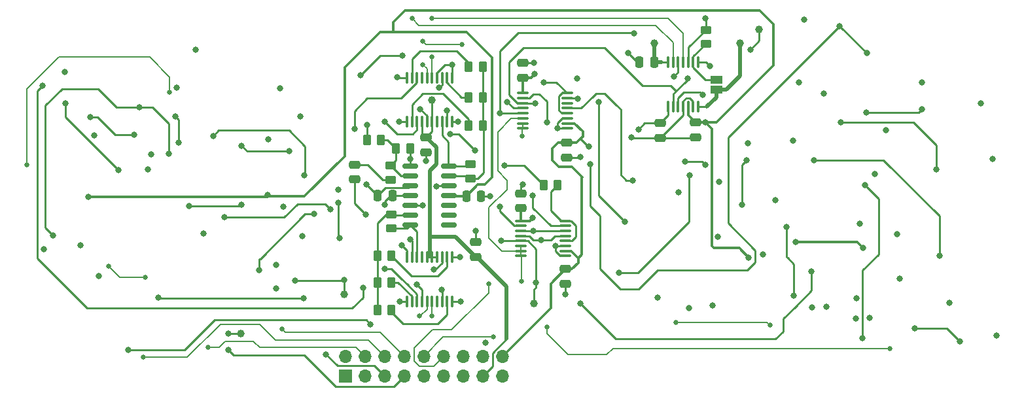
<source format=gbr>
%TF.GenerationSoftware,KiCad,Pcbnew,7.0.7*%
%TF.CreationDate,2024-06-21T15:12:59-06:00*%
%TF.ProjectId,VoiceBoardR3,566f6963-6542-46f6-9172-6452332e6b69,rev?*%
%TF.SameCoordinates,Original*%
%TF.FileFunction,Copper,L4,Bot*%
%TF.FilePolarity,Positive*%
%FSLAX46Y46*%
G04 Gerber Fmt 4.6, Leading zero omitted, Abs format (unit mm)*
G04 Created by KiCad (PCBNEW 7.0.7) date 2024-06-21 15:12:59*
%MOMM*%
%LPD*%
G01*
G04 APERTURE LIST*
G04 Aperture macros list*
%AMRoundRect*
0 Rectangle with rounded corners*
0 $1 Rounding radius*
0 $2 $3 $4 $5 $6 $7 $8 $9 X,Y pos of 4 corners*
0 Add a 4 corners polygon primitive as box body*
4,1,4,$2,$3,$4,$5,$6,$7,$8,$9,$2,$3,0*
0 Add four circle primitives for the rounded corners*
1,1,$1+$1,$2,$3*
1,1,$1+$1,$4,$5*
1,1,$1+$1,$6,$7*
1,1,$1+$1,$8,$9*
0 Add four rect primitives between the rounded corners*
20,1,$1+$1,$2,$3,$4,$5,0*
20,1,$1+$1,$4,$5,$6,$7,0*
20,1,$1+$1,$6,$7,$8,$9,0*
20,1,$1+$1,$8,$9,$2,$3,0*%
G04 Aperture macros list end*
%TA.AperFunction,ComponentPad*%
%ADD10R,1.700000X1.700000*%
%TD*%
%TA.AperFunction,ComponentPad*%
%ADD11O,1.700000X1.700000*%
%TD*%
%TA.AperFunction,SMDPad,CuDef*%
%ADD12RoundRect,0.250000X0.475000X-0.250000X0.475000X0.250000X-0.475000X0.250000X-0.475000X-0.250000X0*%
%TD*%
%TA.AperFunction,SMDPad,CuDef*%
%ADD13RoundRect,0.250000X-0.262500X-0.450000X0.262500X-0.450000X0.262500X0.450000X-0.262500X0.450000X0*%
%TD*%
%TA.AperFunction,SMDPad,CuDef*%
%ADD14C,1.000000*%
%TD*%
%TA.AperFunction,SMDPad,CuDef*%
%ADD15RoundRect,0.100000X-0.100000X0.637500X-0.100000X-0.637500X0.100000X-0.637500X0.100000X0.637500X0*%
%TD*%
%TA.AperFunction,SMDPad,CuDef*%
%ADD16RoundRect,0.250000X-0.475000X0.250000X-0.475000X-0.250000X0.475000X-0.250000X0.475000X0.250000X0*%
%TD*%
%TA.AperFunction,SMDPad,CuDef*%
%ADD17RoundRect,0.250000X0.450000X-0.262500X0.450000X0.262500X-0.450000X0.262500X-0.450000X-0.262500X0*%
%TD*%
%TA.AperFunction,SMDPad,CuDef*%
%ADD18RoundRect,0.250000X-0.250000X-0.475000X0.250000X-0.475000X0.250000X0.475000X-0.250000X0.475000X0*%
%TD*%
%TA.AperFunction,SMDPad,CuDef*%
%ADD19RoundRect,0.250000X0.250000X0.475000X-0.250000X0.475000X-0.250000X-0.475000X0.250000X-0.475000X0*%
%TD*%
%TA.AperFunction,SMDPad,CuDef*%
%ADD20R,1.500000X1.000000*%
%TD*%
%TA.AperFunction,SMDPad,CuDef*%
%ADD21RoundRect,0.250000X0.262500X0.450000X-0.262500X0.450000X-0.262500X-0.450000X0.262500X-0.450000X0*%
%TD*%
%TA.AperFunction,SMDPad,CuDef*%
%ADD22RoundRect,0.100000X0.100000X-0.637500X0.100000X0.637500X-0.100000X0.637500X-0.100000X-0.637500X0*%
%TD*%
%TA.AperFunction,SMDPad,CuDef*%
%ADD23RoundRect,0.100000X0.637500X0.100000X-0.637500X0.100000X-0.637500X-0.100000X0.637500X-0.100000X0*%
%TD*%
%TA.AperFunction,SMDPad,CuDef*%
%ADD24RoundRect,0.150000X-0.825000X-0.150000X0.825000X-0.150000X0.825000X0.150000X-0.825000X0.150000X0*%
%TD*%
%TA.AperFunction,SMDPad,CuDef*%
%ADD25RoundRect,0.250000X-0.450000X0.262500X-0.450000X-0.262500X0.450000X-0.262500X0.450000X0.262500X0*%
%TD*%
%TA.AperFunction,ViaPad*%
%ADD26C,0.800000*%
%TD*%
%TA.AperFunction,ViaPad*%
%ADD27C,1.000000*%
%TD*%
%TA.AperFunction,ViaPad*%
%ADD28C,0.650000*%
%TD*%
%TA.AperFunction,Conductor*%
%ADD29C,0.220000*%
%TD*%
%TA.AperFunction,Conductor*%
%ADD30C,0.250000*%
%TD*%
%TA.AperFunction,Conductor*%
%ADD31C,0.300000*%
%TD*%
%TA.AperFunction,Conductor*%
%ADD32C,0.500000*%
%TD*%
%TA.AperFunction,Conductor*%
%ADD33C,0.180000*%
%TD*%
%TA.AperFunction,Conductor*%
%ADD34C,0.200000*%
%TD*%
G04 APERTURE END LIST*
D10*
%TO.P,U103,1,SDA*%
%TO.N,SDA*%
X43437500Y-47887500D03*
D11*
%TO.P,U103,2,LVL1*%
%TO.N,LEVEL_1_CV*%
X43437500Y-45347500D03*
%TO.P,U103,3,SCL*%
%TO.N,SCL*%
X45977500Y-47887500D03*
%TO.P,U103,4,LVL2*%
%TO.N,LEVEL_2_CV*%
X45977500Y-45347500D03*
%TO.P,U103,5,CLK1*%
%TO.N,CLK_1*%
X48517500Y-47887500D03*
%TO.P,U103,6,PWM1*%
%TO.N,PWM_1_CV*%
X48517500Y-45347500D03*
%TO.P,U103,7,CLK2*%
%TO.N,CLK_2*%
X51057500Y-47887500D03*
%TO.P,U103,8,PWM2*%
%TO.N,PWM_2_CV*%
X51057500Y-45347500D03*
%TO.P,U103,9,HP*%
%TO.N,HP_MODE*%
X53597500Y-47887500D03*
%TO.P,U103,10,FOLD*%
%TO.N,FOLD_CV*%
X53597500Y-45347500D03*
%TO.P,U103,11,FF*%
%TO.N,FOLD_FIRST*%
X56137500Y-47887500D03*
%TO.P,U103,12,VCF*%
%TO.N,CUTOFF_CV*%
X56137500Y-45347500D03*
%TO.P,U103,13,OUT*%
%TO.N,VCA_OUT*%
X58677500Y-47887500D03*
%TO.P,U103,14,VCA*%
%TO.N,VCA_CV*%
X58677500Y-45347500D03*
%TO.P,U103,15,+3V3*%
%TO.N,+3.3V*%
X61217500Y-47887500D03*
%TO.P,U103,16,GND*%
%TO.N,GND*%
X61217500Y-45347500D03*
%TO.P,U103,17,+12V*%
%TO.N,+12V*%
X63757500Y-47887500D03*
%TO.P,U103,18,-12V*%
%TO.N,-12V*%
X63757500Y-45347500D03*
%TD*%
D12*
%TO.P,C210,1*%
%TO.N,Net-(U205A-P0W)*%
X44660000Y-22410000D03*
%TO.P,C210,2*%
%TO.N,Net-(C210-Pad2)*%
X44660000Y-20510000D03*
%TD*%
D13*
%TO.P,R230,1*%
%TO.N,Net-(U203B-P1W)*%
X59380000Y-11792500D03*
%TO.P,R230,2*%
%TO.N,Net-(U204C--)*%
X61205000Y-11792500D03*
%TD*%
D14*
%TO.P,TP102,1,1*%
%TO.N,VCA_IN*%
X67790000Y-38520000D03*
%TD*%
D15*
%TO.P,U302,1,VL*%
%TO.N,+3.3V*%
X85190000Y-7295000D03*
%TO.P,U302,2,SCL*%
%TO.N,SCL*%
X85840000Y-7295000D03*
%TO.P,U302,3,A1*%
%TO.N,GND*%
X86490000Y-7295000D03*
%TO.P,U302,4,SDA*%
%TO.N,SDA*%
X87140000Y-7295000D03*
%TO.P,U302,5,A0*%
%TO.N,GND*%
X87790000Y-7295000D03*
%TO.P,U302,6,~{WLAT}*%
%TO.N,Net-(JP301-A)*%
X88440000Y-7295000D03*
%TO.P,U302,7,NC*%
%TO.N,GND*%
X89090000Y-7295000D03*
%TO.P,U302,8,~{SHDN}*%
%TO.N,+3.3V*%
X89090000Y-13020000D03*
%TO.P,U302,9,DGND*%
%TO.N,GND*%
X88440000Y-13020000D03*
%TO.P,U302,10,V-*%
%TO.N,-12V*%
X87790000Y-13020000D03*
%TO.P,U302,11,P0B*%
%TO.N,GND*%
X87140000Y-13020000D03*
%TO.P,U302,12,P0W*%
%TO.N,Net-(U301D-+)*%
X86490000Y-13020000D03*
%TO.P,U302,13,P0A*%
%TO.N,FILTER_OUT*%
X85840000Y-13020000D03*
%TO.P,U302,14,V+*%
%TO.N,+12V*%
X85190000Y-13020000D03*
%TD*%
D12*
%TO.P,C102,1*%
%TO.N,+12V*%
X66400000Y-9247500D03*
%TO.P,C102,2*%
%TO.N,GND*%
X66400000Y-7347500D03*
%TD*%
D14*
%TO.P,TP104,1,1*%
%TO.N,CLK_1*%
X43250000Y-37350000D03*
%TD*%
D13*
%TO.P,R242,1*%
%TO.N,Net-(R241-Pad2)*%
X69087500Y-23170000D03*
%TO.P,R242,2*%
%TO.N,OSC_MIX*%
X70912500Y-23170000D03*
%TD*%
%TO.P,R228,1*%
%TO.N,Net-(U203C-P2W)*%
X59360000Y-15452500D03*
%TO.P,R228,2*%
%TO.N,Net-(U204C--)*%
X61185000Y-15452500D03*
%TD*%
D16*
%TO.P,C302,1*%
%TO.N,-12V*%
X88750000Y-15080000D03*
%TO.P,C302,2*%
%TO.N,GND*%
X88750000Y-16980000D03*
%TD*%
D14*
%TO.P,TP103,1,1*%
%TO.N,CLK_2*%
X29875000Y-42350000D03*
%TD*%
D17*
%TO.P,R233,1*%
%TO.N,Net-(U204C--)*%
X59592500Y-22305000D03*
%TO.P,R233,2*%
%TO.N,Net-(U203A-P0B)*%
X59592500Y-20480000D03*
%TD*%
D12*
%TO.P,C218,1*%
%TO.N,GND*%
X53892500Y-18902500D03*
%TO.P,C218,2*%
%TO.N,+3.3V*%
X53892500Y-17002500D03*
%TD*%
D16*
%TO.P,C103,1*%
%TO.N,-12V*%
X71900000Y-34047499D03*
%TO.P,C103,2*%
%TO.N,GND*%
X71900000Y-35947499D03*
%TD*%
D18*
%TO.P,C215,1*%
%TO.N,GND*%
X47602500Y-24552500D03*
%TO.P,C215,2*%
%TO.N,+12V*%
X49502500Y-24552500D03*
%TD*%
D19*
%TO.P,C304,1*%
%TO.N,+3.3V*%
X83390000Y-7280000D03*
%TO.P,C304,2*%
%TO.N,GND*%
X81490000Y-7280000D03*
%TD*%
D12*
%TO.P,C104,1*%
%TO.N,+12V*%
X66150000Y-26147500D03*
%TO.P,C104,2*%
%TO.N,GND*%
X66150000Y-24247500D03*
%TD*%
D20*
%TO.P,JP301,1,A*%
%TO.N,Net-(JP301-A)*%
X91430000Y-9520000D03*
%TO.P,JP301,2,B*%
%TO.N,+3.3V*%
X91430000Y-10820000D03*
%TD*%
D16*
%TO.P,C217,1*%
%TO.N,GND*%
X60292500Y-30572500D03*
%TO.P,C217,2*%
%TO.N,+3.3V*%
X60292500Y-32472500D03*
%TD*%
D21*
%TO.P,R238,1*%
%TO.N,Net-(U205B-P1W)*%
X49375000Y-35787500D03*
%TO.P,R238,2*%
%TO.N,Net-(U204A--)*%
X47550000Y-35787500D03*
%TD*%
%TO.P,R239,1*%
%TO.N,Net-(U205C-P2W)*%
X49405000Y-32322500D03*
%TO.P,R239,2*%
%TO.N,Net-(U204A--)*%
X47580000Y-32322500D03*
%TD*%
D17*
%TO.P,R240,1*%
%TO.N,Net-(C210-Pad2)*%
X49287500Y-22475000D03*
%TO.P,R240,2*%
%TO.N,Net-(U204B--)*%
X49287500Y-20650000D03*
%TD*%
D16*
%TO.P,C101,1*%
%TO.N,-12V*%
X72100000Y-17697500D03*
%TO.P,C101,2*%
%TO.N,GND*%
X72100000Y-19597500D03*
%TD*%
D22*
%TO.P,U205,1,P3A*%
%TO.N,GND*%
X57237500Y-38235000D03*
%TO.P,U205,2,P3W*%
%TO.N,Net-(U205D-P3W)*%
X56587500Y-38235000D03*
%TO.P,U205,3,P3B*%
%TO.N,TRI2_FULL*%
X55937500Y-38235000D03*
%TO.P,U205,4,HVC/A0*%
%TO.N,unconnected-(U205E-HVC{slash}A0-Pad4)*%
X55287500Y-38235000D03*
%TO.P,U205,5,SCL*%
%TO.N,SCL*%
X54637500Y-38235000D03*
%TO.P,U205,6,SDA*%
%TO.N,SDA*%
X53987500Y-38235000D03*
%TO.P,U205,7,VSS*%
%TO.N,GND*%
X53337500Y-38235000D03*
%TO.P,U205,8,P1B*%
%TO.N,PULSE2_FULL*%
X52687500Y-38235000D03*
%TO.P,U205,9,P1W*%
%TO.N,Net-(U205B-P1W)*%
X52037500Y-38235000D03*
%TO.P,U205,10,P1A*%
%TO.N,GND*%
X51387500Y-38235000D03*
%TO.P,U205,11,P0A*%
X51387500Y-32510000D03*
%TO.P,U205,12,P0W*%
%TO.N,Net-(U205A-P0W)*%
X52037500Y-32510000D03*
%TO.P,U205,13,P0B*%
%TO.N,Net-(U205A-P0B)*%
X52687500Y-32510000D03*
%TO.P,U205,14,NC*%
%TO.N,unconnected-(U205E-NC-Pad14)*%
X53337500Y-32510000D03*
%TO.P,U205,15,~{RESET}*%
%TO.N,+3.3V*%
X53987500Y-32510000D03*
%TO.P,U205,16,A1*%
X54637500Y-32510000D03*
%TO.P,U205,17,VDD*%
X55287500Y-32510000D03*
%TO.P,U205,18,P2B*%
%TO.N,SAW2_FULL*%
X55937500Y-32510000D03*
%TO.P,U205,19,P2W*%
%TO.N,Net-(U205C-P2W)*%
X56587500Y-32510000D03*
%TO.P,U205,20,P2A*%
%TO.N,GND*%
X57237500Y-32510000D03*
%TD*%
D13*
%TO.P,R231,1*%
%TO.N,Net-(C205-Pad2)*%
X46210000Y-17322500D03*
%TO.P,R231,2*%
%TO.N,Net-(U204B--)*%
X48035000Y-17322500D03*
%TD*%
D14*
%TO.P,TP101,1,1*%
%TO.N,FILTER_OUT*%
X96960000Y-2980000D03*
%TD*%
D19*
%TO.P,C216,1*%
%TO.N,GND*%
X60982500Y-24572500D03*
%TO.P,C216,2*%
%TO.N,-12V*%
X59082500Y-24572500D03*
%TD*%
D21*
%TO.P,R237,1*%
%TO.N,Net-(U205D-P3W)*%
X49375000Y-39312500D03*
%TO.P,R237,2*%
%TO.N,Net-(U204A--)*%
X47550000Y-39312500D03*
%TD*%
D15*
%TO.P,U203,1,P3A*%
%TO.N,GND*%
X51387500Y-9250001D03*
%TO.P,U203,2,P3W*%
%TO.N,Net-(U203D-P3W)*%
X52037500Y-9250001D03*
%TO.P,U203,3,P3B*%
%TO.N,TRI1_FULL*%
X52687500Y-9250001D03*
%TO.P,U203,4,HVC/A0*%
%TO.N,unconnected-(U203E-HVC{slash}A0-Pad4)*%
X53337500Y-9250001D03*
%TO.P,U203,5,SCL*%
%TO.N,SCL*%
X53987500Y-9250001D03*
%TO.P,U203,6,SDA*%
%TO.N,SDA*%
X54637500Y-9250001D03*
%TO.P,U203,7,VSS*%
%TO.N,GND*%
X55287500Y-9250001D03*
%TO.P,U203,8,P1B*%
%TO.N,PULSE1_FULL*%
X55937500Y-9250001D03*
%TO.P,U203,9,P1W*%
%TO.N,Net-(U203B-P1W)*%
X56587500Y-9250001D03*
%TO.P,U203,10,P1A*%
%TO.N,GND*%
X57237500Y-9250001D03*
%TO.P,U203,11,P0A*%
X57237500Y-14975001D03*
%TO.P,U203,12,P0W*%
%TO.N,Net-(U203A-P0W)*%
X56587500Y-14975001D03*
%TO.P,U203,13,P0B*%
%TO.N,Net-(U203A-P0B)*%
X55937500Y-14975001D03*
%TO.P,U203,14,NC*%
%TO.N,unconnected-(U203E-NC-Pad14)*%
X55287500Y-14975001D03*
%TO.P,U203,15,~{RESET}*%
%TO.N,+3.3V*%
X54637500Y-14975001D03*
%TO.P,U203,16,A1*%
%TO.N,GND*%
X53987500Y-14975001D03*
%TO.P,U203,17,VDD*%
%TO.N,+3.3V*%
X53337500Y-14975001D03*
%TO.P,U203,18,P2B*%
%TO.N,SAW1_FULL*%
X52687500Y-14975001D03*
%TO.P,U203,19,P2W*%
%TO.N,Net-(U203C-P2W)*%
X52037500Y-14975001D03*
%TO.P,U203,20,P2A*%
%TO.N,GND*%
X51387500Y-14975001D03*
%TD*%
D23*
%TO.P,U102,1,B1*%
%TO.N,FILTER_IN*%
X72112500Y-11272500D03*
%TO.P,U102,2,B0*%
%TO.N,GND*%
X72112500Y-11922500D03*
%TO.P,U102,3,C1*%
%TO.N,unconnected-(U102-C1-Pad3)*%
X72112500Y-12572500D03*
%TO.P,U102,4,C*%
%TO.N,LP_IN*%
X72112500Y-13222500D03*
%TO.P,U102,5,C0*%
%TO.N,FILTER_IN*%
X72112500Y-13872500D03*
%TO.P,U102,6,INH*%
%TO.N,GND*%
X72112500Y-14522500D03*
%TO.P,U102,7,VSS*%
%TO.N,-12V*%
X72112500Y-15172500D03*
%TO.P,U102,8,GND*%
%TO.N,GND*%
X72112500Y-15822500D03*
%TO.P,U102,9,S3*%
%TO.N,HP_MODE*%
X66387500Y-15822500D03*
%TO.P,U102,10,S2*%
X66387500Y-15172500D03*
%TO.P,U102,11,S1*%
%TO.N,FOLD_FIRST*%
X66387500Y-14522500D03*
%TO.P,U102,12,A0*%
%TO.N,FOLDER_IN*%
X66387500Y-13872500D03*
%TO.P,U102,13,A1*%
%TO.N,VCA_IN*%
X66387500Y-13222500D03*
%TO.P,U102,14,A*%
%TO.N,FILTER_OUT*%
X66387500Y-12572500D03*
%TO.P,U102,15,B*%
%TO.N,HP_IN*%
X66387500Y-11922500D03*
%TO.P,U102,16,VDD*%
%TO.N,+12V*%
X66387500Y-11272500D03*
%TD*%
D13*
%TO.P,R229,1*%
%TO.N,Net-(U203D-P3W)*%
X59380000Y-7862500D03*
%TO.P,R229,2*%
%TO.N,Net-(U204C--)*%
X61205000Y-7862500D03*
%TD*%
%TO.P,R241,1*%
%TO.N,Net-(U204B--)*%
X49960000Y-18462500D03*
%TO.P,R241,2*%
%TO.N,Net-(R241-Pad2)*%
X51785000Y-18462500D03*
%TD*%
D24*
%TO.P,U204,1*%
%TO.N,Net-(U205A-P0B)*%
X51837500Y-28372500D03*
%TO.P,U204,2,-*%
%TO.N,Net-(U204A--)*%
X51837500Y-27102500D03*
%TO.P,U204,3,+*%
%TO.N,GND*%
X51837500Y-25832500D03*
%TO.P,U204,4,V+*%
%TO.N,+12V*%
X51837500Y-24562500D03*
%TO.P,U204,5,+*%
%TO.N,GND*%
X51837500Y-23292500D03*
%TO.P,U204,6,-*%
%TO.N,Net-(U204B--)*%
X51837500Y-22022500D03*
%TO.P,U204,7*%
%TO.N,Net-(R241-Pad2)*%
X51837500Y-20752500D03*
%TO.P,U204,8*%
%TO.N,Net-(U203A-P0B)*%
X56787500Y-20752500D03*
%TO.P,U204,9,-*%
%TO.N,Net-(U204C--)*%
X56787500Y-22022500D03*
%TO.P,U204,10,+*%
%TO.N,GND*%
X56787500Y-23292500D03*
%TO.P,U204,11,V-*%
%TO.N,-12V*%
X56787500Y-24562500D03*
%TO.P,U204,12,+*%
%TO.N,unconnected-(U204D-+-Pad12)*%
X56787500Y-25832500D03*
%TO.P,U204,13,-*%
%TO.N,unconnected-(U204D---Pad13)*%
X56787500Y-27102500D03*
%TO.P,U204,14*%
%TO.N,unconnected-(U204-Pad14)*%
X56787500Y-28372500D03*
%TD*%
D17*
%TO.P,R317,1*%
%TO.N,Net-(JP301-A)*%
X90060000Y-4902500D03*
%TO.P,R317,2*%
%TO.N,GND*%
X90060000Y-3077500D03*
%TD*%
D16*
%TO.P,C303,1*%
%TO.N,+12V*%
X84190000Y-15150000D03*
%TO.P,C303,2*%
%TO.N,GND*%
X84190000Y-17050000D03*
%TD*%
D25*
%TO.P,R232,1*%
%TO.N,Net-(U204A--)*%
X49387500Y-26950000D03*
%TO.P,R232,2*%
%TO.N,Net-(U205A-P0B)*%
X49387500Y-28775000D03*
%TD*%
D23*
%TO.P,U101,1,B1*%
%TO.N,OSC_MIX*%
X71900000Y-27797500D03*
%TO.P,U101,2,B0*%
%TO.N,FILTER_OUT*%
X71900000Y-28447500D03*
%TO.P,U101,3,C1*%
%TO.N,FOLDER_OUT*%
X71900000Y-29097500D03*
%TO.P,U101,4,C*%
%TO.N,FILTER_IN*%
X71900000Y-29747500D03*
%TO.P,U101,5,C0*%
%TO.N,OSC_MIX*%
X71900000Y-30397500D03*
%TO.P,U101,6,INH*%
%TO.N,GND*%
X71900000Y-31047500D03*
%TO.P,U101,7,VSS*%
%TO.N,-12V*%
X71900000Y-31697500D03*
%TO.P,U101,8,GND*%
%TO.N,GND*%
X71900000Y-32347500D03*
%TO.P,U101,9,S3*%
%TO.N,FOLD_FIRST*%
X66175000Y-32347500D03*
%TO.P,U101,10,S2*%
X66175000Y-31697500D03*
%TO.P,U101,11,S1*%
X66175000Y-31047500D03*
%TO.P,U101,12,A0*%
%TO.N,VCA_IN*%
X66175000Y-30397500D03*
%TO.P,U101,13,A1*%
%TO.N,FILTER_IN*%
X66175000Y-29747500D03*
%TO.P,U101,14,A*%
%TO.N,FOLDER_OUT*%
X66175000Y-29097500D03*
%TO.P,U101,15,B*%
%TO.N,FOLDER_IN*%
X66175000Y-28447500D03*
%TO.P,U101,16,VDD*%
%TO.N,+12V*%
X66175000Y-27797500D03*
%TD*%
D26*
%TO.N,Net-(Q201-E)*%
X42480000Y-25430000D03*
X42680000Y-30070000D03*
%TO.N,Net-(C201-Pad2)*%
X39380000Y-26920000D03*
X32250000Y-34140000D03*
%TO.N,CLK_1*%
X36890000Y-35520000D03*
X43290000Y-35470000D03*
X40940000Y-45060000D03*
%TO.N,SAW1_FULL*%
X21460000Y-14310000D03*
X21840000Y-17690000D03*
X27820000Y-27337500D03*
X48550000Y-14940000D03*
X41500000Y-26300000D03*
%TO.N,Net-(C205-Pad2)*%
X46210000Y-15410000D03*
%TO.N,GND*%
X58030000Y-14980000D03*
X61560000Y-43570000D03*
X25060000Y-29450000D03*
X109970000Y-28170000D03*
X80000000Y-6110000D03*
X118030000Y-9920000D03*
X99080000Y-25120000D03*
X37580000Y-14240000D03*
X37820000Y-29800000D03*
X34980000Y-10640000D03*
X24050000Y-5640000D03*
X102100000Y-9900000D03*
X67820000Y-7340000D03*
X4400000Y-31480000D03*
X113370000Y-16080000D03*
X73430000Y-9350000D03*
X86580000Y-24140000D03*
X70580000Y-31050000D03*
X42550000Y-23780000D03*
X83860000Y-37750000D03*
X50410000Y-14950000D03*
X10970000Y-16770000D03*
X91750000Y-22750000D03*
X85910000Y-9110000D03*
X11530000Y-34920000D03*
X97420000Y-32180000D03*
X109530000Y-37860000D03*
X127720000Y-42630000D03*
X62170000Y-24570000D03*
X115190000Y-35300000D03*
X53450500Y-25820000D03*
X90610000Y-7780000D03*
X103770000Y-39040000D03*
X58220000Y-32510000D03*
X73540000Y-11960000D03*
X7090000Y-8540000D03*
X53088307Y-13341693D03*
X102820000Y-1710000D03*
X34470000Y-36570000D03*
X70840000Y-15810000D03*
X114790000Y-29500000D03*
X80480000Y-17030000D03*
X101340000Y-17400000D03*
X50720000Y-30960000D03*
X109470000Y-40410000D03*
X53860000Y-20050000D03*
X66420000Y-23070000D03*
X71870000Y-37290000D03*
X18300000Y-19190000D03*
X50510000Y-38230000D03*
X35370000Y-25980000D03*
X95550000Y-17770000D03*
X52650000Y-36040000D03*
X55249500Y-23310000D03*
X50170000Y-9240000D03*
X46150000Y-23080000D03*
X90980000Y-38750000D03*
X73880000Y-19560000D03*
X87890000Y-39050000D03*
X58310000Y-38240000D03*
X90030000Y-1610000D03*
X33410000Y-17280000D03*
X17860000Y-21160000D03*
X111250000Y-40350000D03*
X57230000Y-7560000D03*
X60290000Y-29140000D03*
%TO.N,+12V*%
X34510000Y-33490000D03*
X67930000Y-8810000D03*
X121630000Y-38440000D03*
X91600000Y-29890000D03*
X67690000Y-27440000D03*
X105640000Y-38890000D03*
X127140000Y-19760000D03*
X21620000Y-10550000D03*
X125690000Y-12600000D03*
X9140000Y-30990000D03*
X48560000Y-25730000D03*
X81340000Y-15960000D03*
X111910000Y-21760000D03*
X105350000Y-11340000D03*
%TO.N,-12V*%
X101670000Y-30550000D03*
X10200000Y-24680000D03*
X90050000Y-15070000D03*
X110430000Y-31320000D03*
X33400000Y-24460000D03*
X74940000Y-18150000D03*
X95590000Y-32540000D03*
%TO.N,CLK_2*%
X28290000Y-42350000D03*
X28290000Y-44510000D03*
%TO.N,SAW2_FULL*%
X5570000Y-29650000D03*
X20620000Y-19120000D03*
X38030000Y-37800000D03*
X19240000Y-37750000D03*
X16740000Y-13060000D03*
X54870000Y-34110000D03*
D27*
%TO.N,+3.3V*%
X94470000Y-4820000D03*
X83410000Y-4790000D03*
X54640000Y-12200000D03*
D26*
%TO.N,Net-(U301B--)*%
X90030000Y-20520000D03*
X87390000Y-20090000D03*
%TO.N,FILTER_OUT*%
X67980000Y-12580000D03*
X95810000Y-5640000D03*
X87690000Y-9330000D03*
X67660000Y-24520000D03*
%TO.N,Net-(U301C-+)*%
X94790000Y-25730000D03*
X95360000Y-19970000D03*
%TO.N,HP_IN*%
X69510000Y-15080000D03*
%TO.N,Net-(Q401-E)*%
X117100000Y-41720000D03*
X122940000Y-43390000D03*
%TO.N,FOLDER_IN*%
X63440000Y-13880000D03*
X80770000Y-3500000D03*
X63420000Y-25990000D03*
%TO.N,VCA_IN*%
X68120000Y-35750000D03*
X103720000Y-34330000D03*
X63590000Y-30400000D03*
X73810000Y-38500000D03*
X64370000Y-12430000D03*
%TO.N,Net-(D202-A)*%
X26310000Y-16780000D03*
X38070000Y-21890000D03*
%TO.N,Net-(D203-A)*%
X14030000Y-21210000D03*
X7210000Y-12580000D03*
D28*
%TO.N,SDA*%
X52980000Y-40140000D03*
X54630000Y-6560000D03*
X54610000Y-1590000D03*
%TO.N,SCL*%
X54640000Y-40140000D03*
X52060000Y-1590000D03*
X53410000Y-4580000D03*
X58550000Y-4990000D03*
X53410000Y-7560000D03*
%TO.N,FOLD_FIRST*%
X66180000Y-35610000D03*
%TO.N,HP_MODE*%
X66340000Y-16790000D03*
%TO.N,LEVEL_2_CV*%
X17540000Y-35150000D03*
X25670000Y-44170000D03*
X12760000Y-33690000D03*
%TO.N,PWM_1_CV*%
X2220000Y-20530000D03*
X17300000Y-45410000D03*
X20660000Y-11140000D03*
%TO.N,PWM_2_CV*%
X35260000Y-41820000D03*
%TO.N,CUTOFF_CV*%
X61960000Y-35980000D03*
%TO.N,FOLD_CV*%
X62600000Y-42850000D03*
X69550000Y-41540000D03*
X113870000Y-44310000D03*
%TO.N,VCA_CV*%
X86230000Y-40970000D03*
X98360000Y-41330000D03*
D26*
%TO.N,Net-(Q302-C)*%
X76220000Y-12460000D03*
X79580000Y-27910000D03*
%TO.N,Net-(Q402-B)*%
X119910000Y-21120000D03*
X107530000Y-15050000D03*
%TO.N,Net-(Q404-B)*%
X118022500Y-13352500D03*
X110830000Y-13740000D03*
%TO.N,Net-(Q406-C)*%
X101420000Y-37490000D03*
X100550000Y-28570000D03*
%TO.N,TRI1_FULL*%
X36200000Y-18810000D03*
X44620000Y-15890000D03*
X30020000Y-18120000D03*
%TO.N,TRI2_FULL*%
X55920000Y-36710000D03*
X15340000Y-44480000D03*
X16060000Y-16660000D03*
X46690000Y-41180000D03*
X10460000Y-14360000D03*
%TO.N,PULSE2_FULL*%
X4200000Y-10320000D03*
X45710000Y-36440000D03*
X48520000Y-33970000D03*
%TO.N,PULSE1_FULL*%
X50790000Y-6410000D03*
X55578630Y-10560383D03*
X45390000Y-8920000D03*
%TO.N,Net-(U203A-P0W)*%
X56590000Y-13480000D03*
%TO.N,Net-(U205A-P0W)*%
X46070000Y-26970000D03*
X51830000Y-30180000D03*
%TO.N,Net-(R241-Pad2)*%
X56970000Y-16590000D03*
X51837500Y-19810000D03*
X64020000Y-20650000D03*
X60190000Y-18700000D03*
%TO.N,Net-(U301C--)*%
X87970000Y-21890000D03*
X78810000Y-34530000D03*
%TO.N,LP_IN*%
X80580000Y-22560000D03*
%TO.N,Net-(R408-Pad1)*%
X120310000Y-32320000D03*
X104070000Y-19920000D03*
%TO.N,FOLDER_OUT*%
X67780000Y-29097500D03*
%TO.N,Net-(U404B--)*%
X110370000Y-42950000D03*
X110660000Y-23160000D03*
%TO.N,Net-(U301D-+)*%
X89650000Y-11490000D03*
%TO.N,FILTER_IN*%
X69080000Y-9840000D03*
X68730000Y-30270000D03*
%TO.N,Net-(U201A--)*%
X29940000Y-25740000D03*
X23220000Y-25880000D03*
%TO.N,Net-(R420-Pad2)*%
X107340000Y-2590000D03*
X75100000Y-20500000D03*
X110900000Y-6100000D03*
%TD*%
D29*
%TO.N,Net-(Q201-E)*%
X42480000Y-25430000D02*
X42480000Y-29870000D01*
X42480000Y-29870000D02*
X42680000Y-30070000D01*
%TO.N,Net-(C201-Pad2)*%
X38210000Y-26920000D02*
X39380000Y-26920000D01*
X32250000Y-32710000D02*
X32420000Y-32710000D01*
X32250000Y-34140000D02*
X32250000Y-32710000D01*
X32420000Y-32710000D02*
X38210000Y-26920000D01*
%TO.N,CLK_1*%
X47137500Y-46507500D02*
X42387500Y-46507500D01*
X43290000Y-35470000D02*
X43290000Y-37310000D01*
X43290000Y-37310000D02*
X43250000Y-37350000D01*
X42387500Y-46507500D02*
X40940000Y-45060000D01*
X48517500Y-47887500D02*
X47137500Y-46507500D01*
X43240000Y-35520000D02*
X43290000Y-35470000D01*
X36890000Y-35520000D02*
X43240000Y-35520000D01*
%TO.N,SAW1_FULL*%
X35510000Y-27340000D02*
X27822500Y-27340000D01*
X41500000Y-26300000D02*
X40820000Y-25620000D01*
X52130000Y-16540000D02*
X50150000Y-16540000D01*
X27822500Y-27340000D02*
X27820000Y-27337500D01*
X21840000Y-17690000D02*
X21840000Y-14690000D01*
X37230000Y-25620000D02*
X35510000Y-27340000D01*
X52687500Y-15982500D02*
X52130000Y-16540000D01*
X50150000Y-16540000D02*
X48550000Y-14940000D01*
X52687500Y-14975001D02*
X52687500Y-15982500D01*
X40820000Y-25620000D02*
X37230000Y-25620000D01*
X21840000Y-14690000D02*
X21460000Y-14310000D01*
%TO.N,Net-(C205-Pad2)*%
X46210000Y-15410000D02*
X46210000Y-17322500D01*
%TO.N,GND*%
X70852500Y-15822500D02*
X70840000Y-15810000D01*
X87520000Y-11890000D02*
X87977328Y-11890000D01*
X72112500Y-14522500D02*
X71445172Y-14522500D01*
X55267000Y-23292500D02*
X55249500Y-23310000D01*
X66150000Y-23340000D02*
X66420000Y-23070000D01*
X50180001Y-9250001D02*
X50170000Y-9240000D01*
X87790000Y-5347500D02*
X90060000Y-3077500D01*
X73502500Y-11922500D02*
X73540000Y-11960000D01*
D30*
X71900000Y-35947499D02*
X71900000Y-37260000D01*
D29*
X60292500Y-30572500D02*
X60292500Y-29142500D01*
X53892500Y-20017500D02*
X53860000Y-20050000D01*
X53987500Y-14236963D02*
X53092230Y-13341693D01*
D30*
X81170000Y-7280000D02*
X80000000Y-6110000D01*
D29*
X56310173Y-7560000D02*
X57230000Y-7560000D01*
X87140000Y-12270000D02*
X87520000Y-11890000D01*
X86490000Y-8530000D02*
X85910000Y-9110000D01*
X60982500Y-24572500D02*
X62167500Y-24572500D01*
X71900000Y-32347500D02*
X71232672Y-32347500D01*
X72112500Y-15822500D02*
X70852500Y-15822500D01*
X88750000Y-16980000D02*
X88680000Y-17050000D01*
X60292500Y-29142500D02*
X60290000Y-29140000D01*
X57237500Y-7567500D02*
X57230000Y-7560000D01*
X57237500Y-32510000D02*
X58220000Y-32510000D01*
X72100000Y-19597500D02*
X73842500Y-19597500D01*
X51837500Y-25832500D02*
X53438000Y-25832500D01*
X88680000Y-17050000D02*
X84190000Y-17050000D01*
X87140000Y-13020000D02*
X87140000Y-12270000D01*
X67812500Y-7347500D02*
X67820000Y-7340000D01*
X86490000Y-7295000D02*
X86490000Y-8530000D01*
X53892500Y-18902500D02*
X53892500Y-20017500D01*
X51387500Y-31627500D02*
X50720000Y-30960000D01*
X80500000Y-17050000D02*
X80480000Y-17030000D01*
X72112500Y-11922500D02*
X73502500Y-11922500D01*
X53337500Y-38235000D02*
X53337500Y-36727500D01*
X88440000Y-12352672D02*
X88440000Y-13020000D01*
X50435001Y-14975001D02*
X50410000Y-14950000D01*
X51387500Y-9250001D02*
X50180001Y-9250001D01*
X87790000Y-7295000D02*
X87790000Y-5347500D01*
X90060000Y-3077500D02*
X90060000Y-1640000D01*
X51387500Y-32510000D02*
X51387500Y-31627500D01*
X57237500Y-14975001D02*
X58025001Y-14975001D01*
X66150000Y-24247500D02*
X66150000Y-23340000D01*
X58305000Y-38235000D02*
X58310000Y-38240000D01*
X55287500Y-8582673D02*
X56310173Y-7560000D01*
X57237500Y-9250001D02*
X57237500Y-7567500D01*
X47602500Y-24532500D02*
X46150000Y-23080000D01*
X55287500Y-9250001D02*
X55287500Y-8582673D01*
X53092230Y-13341693D02*
X53088307Y-13341693D01*
X90125000Y-7295000D02*
X90610000Y-7780000D01*
X89090000Y-7295000D02*
X90125000Y-7295000D01*
X71232672Y-32347500D02*
X70580000Y-31694828D01*
X73842500Y-19597500D02*
X73880000Y-19560000D01*
X71900000Y-31047500D02*
X70582500Y-31047500D01*
X51387500Y-38235000D02*
X50515000Y-38235000D01*
X48637500Y-23517500D02*
X47602500Y-24552500D01*
X51612500Y-23517500D02*
X48637500Y-23517500D01*
X51387500Y-14975001D02*
X50435001Y-14975001D01*
X53987500Y-14975001D02*
X53987500Y-14236963D01*
X62167500Y-24572500D02*
X62170000Y-24570000D01*
X70582500Y-31047500D02*
X70580000Y-31050000D01*
X53438000Y-25832500D02*
X53450500Y-25820000D01*
X51837500Y-23292500D02*
X51612500Y-23517500D01*
X71445172Y-14522500D02*
X70840000Y-15127672D01*
X47602500Y-24552500D02*
X47602500Y-24532500D01*
X58025001Y-14975001D02*
X58030000Y-14980000D01*
X87977328Y-11890000D02*
X88440000Y-12352672D01*
X70580000Y-31694828D02*
X70580000Y-31050000D01*
X70840000Y-15127672D02*
X70840000Y-15810000D01*
X56787500Y-23292500D02*
X55267000Y-23292500D01*
D30*
X81490000Y-7280000D02*
X81170000Y-7280000D01*
D29*
X84190000Y-17050000D02*
X80500000Y-17050000D01*
X57237500Y-38235000D02*
X58305000Y-38235000D01*
X66400000Y-7347500D02*
X67812500Y-7347500D01*
D30*
X71900000Y-37260000D02*
X71870000Y-37290000D01*
D29*
X50515000Y-38235000D02*
X50510000Y-38230000D01*
X87140000Y-13020000D02*
X87140000Y-14100000D01*
X53337500Y-36727500D02*
X52650000Y-36040000D01*
X87140000Y-14100000D02*
X84190000Y-17050000D01*
X90060000Y-1640000D02*
X90030000Y-1610000D01*
D31*
%TO.N,+12V*%
X67492500Y-9247500D02*
X67930000Y-8810000D01*
D30*
X49512500Y-24562500D02*
X49502500Y-24552500D01*
X85190000Y-13020000D02*
X85190000Y-14150000D01*
X51837500Y-24562500D02*
X49512500Y-24562500D01*
D31*
X66175000Y-27797500D02*
X66175000Y-26172500D01*
X66387500Y-11272500D02*
X66387500Y-9260000D01*
X66400000Y-9247500D02*
X67492500Y-9247500D01*
D30*
X85190000Y-14150000D02*
X84190000Y-15150000D01*
D31*
X66175000Y-26172500D02*
X66150000Y-26147500D01*
D30*
X48560000Y-25300000D02*
X48560000Y-25730000D01*
X81340000Y-15960000D02*
X82150000Y-15150000D01*
X82150000Y-15150000D02*
X84190000Y-15150000D01*
D31*
X66175000Y-27797500D02*
X67332500Y-27797500D01*
D30*
X49307500Y-24552500D02*
X48560000Y-25300000D01*
X49502500Y-24552500D02*
X49307500Y-24552500D01*
D31*
X67332500Y-27797500D02*
X67690000Y-27440000D01*
X66387500Y-9260000D02*
X66400000Y-9247500D01*
%TO.N,-12V*%
X90050000Y-15070000D02*
X90830000Y-15850000D01*
X70932500Y-17697500D02*
X70200000Y-18430000D01*
X47910000Y-3400000D02*
X49650000Y-3400000D01*
X70030000Y-39075000D02*
X70030000Y-35917499D01*
X50150000Y-3400000D02*
X59130000Y-3400000D01*
X73870000Y-17180000D02*
X73340000Y-17710000D01*
X71900000Y-34047499D02*
X72722501Y-34047499D01*
X90040000Y-15080000D02*
X90050000Y-15070000D01*
X70200000Y-18430000D02*
X70200000Y-19950000D01*
X74030000Y-32143604D02*
X73550000Y-32623604D01*
X56797500Y-24572500D02*
X56787500Y-24562500D01*
X91070000Y-31320000D02*
X94370000Y-31320000D01*
X59130000Y-3400000D02*
X62390000Y-6660000D01*
X73092500Y-15172500D02*
X74160000Y-16240000D01*
X72722501Y-34047499D02*
X73550000Y-33220000D01*
X63757500Y-45347500D02*
X70030000Y-39075000D01*
X87790000Y-14120000D02*
X88750000Y-15080000D01*
X49650000Y-3400000D02*
X50150000Y-3400000D01*
X74160000Y-16890000D02*
X73870000Y-17180000D01*
X71020000Y-20770000D02*
X72700000Y-20770000D01*
X109660000Y-30550000D02*
X110430000Y-31320000D01*
X74060000Y-22130000D02*
X74030000Y-22160000D01*
X74030000Y-22160000D02*
X74030000Y-32143604D01*
X74160000Y-16240000D02*
X74160000Y-16890000D01*
X43350000Y-7960000D02*
X47910000Y-3400000D01*
X88750000Y-15080000D02*
X90040000Y-15080000D01*
X59082500Y-24572500D02*
X56797500Y-24572500D01*
X38150000Y-24650000D02*
X43350000Y-19450000D01*
X60560000Y-23120000D02*
X59107500Y-24572500D01*
X91430000Y-15070000D02*
X98850000Y-7650000D01*
X90050000Y-15070000D02*
X91430000Y-15070000D01*
X62390000Y-22190000D02*
X61460000Y-23120000D01*
X61460000Y-23120000D02*
X60560000Y-23120000D01*
X33590000Y-24650000D02*
X38150000Y-24650000D01*
X98850000Y-7650000D02*
X98850000Y-2380000D01*
X73550000Y-32623604D02*
X72623896Y-31697500D01*
X72700000Y-20770000D02*
X74060000Y-22130000D01*
X59107500Y-24572500D02*
X59082500Y-24572500D01*
X10200000Y-24680000D02*
X33180000Y-24680000D01*
X90830000Y-31080000D02*
X91070000Y-31320000D01*
X49650000Y-2090000D02*
X49650000Y-3400000D01*
X33400000Y-24460000D02*
X33590000Y-24650000D01*
X72100000Y-17697500D02*
X70932500Y-17697500D01*
X73327500Y-17697500D02*
X72100000Y-17697500D01*
X51150000Y-590000D02*
X49650000Y-2090000D01*
X97060000Y-590000D02*
X51150000Y-590000D01*
X70200000Y-19950000D02*
X71020000Y-20770000D01*
X70030000Y-35917499D02*
X71900000Y-34047499D01*
X94370000Y-31320000D02*
X95590000Y-32540000D01*
X90830000Y-15850000D02*
X90830000Y-31080000D01*
X74940000Y-18150000D02*
X74840000Y-18150000D01*
X72112500Y-15172500D02*
X73092500Y-15172500D01*
X72623896Y-31697500D02*
X71900000Y-31697500D01*
X43350000Y-19450000D02*
X43350000Y-7960000D01*
X73340000Y-17710000D02*
X73327500Y-17697500D01*
X74840000Y-18150000D02*
X73870000Y-17180000D01*
X33180000Y-24680000D02*
X33400000Y-24460000D01*
X73550000Y-33220000D02*
X73550000Y-32623604D01*
X98850000Y-2380000D02*
X97060000Y-590000D01*
X87790000Y-13020000D02*
X87790000Y-14120000D01*
X101670000Y-30550000D02*
X109660000Y-30550000D01*
X62390000Y-6660000D02*
X62390000Y-22190000D01*
D29*
%TO.N,CLK_2*%
X28980000Y-45200000D02*
X28290000Y-44510000D01*
X49675000Y-49270000D02*
X42150000Y-49270000D01*
X51057500Y-47887500D02*
X49675000Y-49270000D01*
X38080000Y-45200000D02*
X28980000Y-45200000D01*
X42150000Y-49270000D02*
X38080000Y-45200000D01*
X28290000Y-42350000D02*
X29875000Y-42350000D01*
%TO.N,SAW2_FULL*%
X13810000Y-13060000D02*
X11960000Y-11210000D01*
X6760000Y-10710000D02*
X4600000Y-12870000D01*
X55937500Y-33248038D02*
X55075538Y-34110000D01*
X4600000Y-28680000D02*
X5570000Y-29650000D01*
X55937500Y-32510000D02*
X55937500Y-33248038D01*
X20620000Y-15210000D02*
X20620000Y-19120000D01*
X11960000Y-11210000D02*
X11460000Y-10710000D01*
X18470000Y-13060000D02*
X20450000Y-15040000D01*
X11460000Y-10710000D02*
X6760000Y-10710000D01*
X20530000Y-15120000D02*
X20620000Y-15210000D01*
X20450000Y-15040000D02*
X20530000Y-15120000D01*
X38030000Y-37800000D02*
X19290000Y-37800000D01*
X16740000Y-13060000D02*
X13810000Y-13060000D01*
X16740000Y-13060000D02*
X18470000Y-13060000D01*
X55075538Y-34110000D02*
X54870000Y-34110000D01*
X19290000Y-37800000D02*
X19240000Y-37750000D01*
X4600000Y-12870000D02*
X4600000Y-28680000D01*
%TO.N,Net-(C210-Pad2)*%
X46360000Y-20530000D02*
X44680000Y-20530000D01*
X49287500Y-22475000D02*
X48305000Y-22475000D01*
X44680000Y-20530000D02*
X44660000Y-20510000D01*
X48305000Y-22475000D02*
X46360000Y-20530000D01*
D32*
%TO.N,+3.3V*%
X94470000Y-4820000D02*
X94470000Y-9030000D01*
X54350000Y-29870000D02*
X57690000Y-29870000D01*
D30*
X85190000Y-7295000D02*
X84355000Y-7295000D01*
D32*
X83410000Y-7260000D02*
X83390000Y-7280000D01*
X55190000Y-18300000D02*
X53892500Y-17002500D01*
D30*
X54637500Y-14975001D02*
X54637500Y-12202500D01*
D32*
X91430000Y-11810000D02*
X90220000Y-13020000D01*
D30*
X54637500Y-14975001D02*
X54637500Y-16257500D01*
D32*
X54350000Y-32222500D02*
X54350000Y-29870000D01*
X54350000Y-21295761D02*
X55190000Y-20455761D01*
D30*
X84355000Y-7295000D02*
X84340000Y-7280000D01*
D32*
X94470000Y-9030000D02*
X92680000Y-10820000D01*
D30*
X62460000Y-44912588D02*
X64266294Y-43106294D01*
D32*
X92680000Y-10820000D02*
X91430000Y-10820000D01*
X55190000Y-20455761D02*
X55190000Y-18300000D01*
X54637500Y-32510000D02*
X54350000Y-32222500D01*
D30*
X89090000Y-13020000D02*
X90220000Y-13020000D01*
D32*
X60472500Y-32472500D02*
X64300000Y-36300000D01*
D30*
X53337500Y-14975001D02*
X53337500Y-16447500D01*
D32*
X54350000Y-29870000D02*
X54350000Y-21295761D01*
X83390000Y-7280000D02*
X84340000Y-7280000D01*
D30*
X61217500Y-47887500D02*
X62460000Y-46645000D01*
D32*
X64266294Y-36333706D02*
X64266294Y-43106294D01*
D30*
X53337500Y-16447500D02*
X53892500Y-17002500D01*
X62460000Y-46645000D02*
X62460000Y-44912588D01*
D32*
X91430000Y-10820000D02*
X91430000Y-11810000D01*
D30*
X53987500Y-32510000D02*
X55287500Y-32510000D01*
X54637500Y-12202500D02*
X54640000Y-12200000D01*
X54637500Y-16257500D02*
X53892500Y-17002500D01*
D32*
X60292500Y-32472500D02*
X60472500Y-32472500D01*
X57690000Y-29870000D02*
X60292500Y-32472500D01*
X83410000Y-4790000D02*
X83410000Y-7260000D01*
D29*
%TO.N,Net-(U301B--)*%
X89600000Y-20090000D02*
X90030000Y-20520000D01*
X87390000Y-20090000D02*
X89600000Y-20090000D01*
%TO.N,FILTER_OUT*%
X66395000Y-12580000D02*
X66387500Y-12572500D01*
X69987500Y-28447500D02*
X69987500Y-28427500D01*
X87690000Y-9550000D02*
X87690000Y-9330000D01*
X85840000Y-13020000D02*
X85840000Y-11400000D01*
X95810000Y-5640000D02*
X96960000Y-4490000D01*
X64600000Y-11452328D02*
X64600000Y-7240000D01*
X85490000Y-10280000D02*
X86225000Y-11015000D01*
X64600000Y-7240000D02*
X66440000Y-5400000D01*
X67980000Y-12580000D02*
X66395000Y-12580000D01*
X69987500Y-28427500D02*
X67660000Y-26100000D01*
X66387500Y-12572500D02*
X65720172Y-12572500D01*
X66440000Y-5400000D02*
X76990000Y-5400000D01*
X81870000Y-10280000D02*
X85490000Y-10280000D01*
X96960000Y-4490000D02*
X96960000Y-2980000D01*
X65720172Y-12572500D02*
X64600000Y-11452328D01*
X76990000Y-5400000D02*
X81870000Y-10280000D01*
X71900000Y-28447500D02*
X69987500Y-28447500D01*
X85840000Y-11400000D02*
X86225000Y-11015000D01*
X87350000Y-9890000D02*
X87690000Y-9550000D01*
X67660000Y-26100000D02*
X67660000Y-24520000D01*
X86225000Y-11015000D02*
X87350000Y-9890000D01*
%TO.N,Net-(U301C-+)*%
X94790000Y-20540000D02*
X95360000Y-19970000D01*
X94790000Y-25730000D02*
X94790000Y-20540000D01*
%TO.N,HP_IN*%
X67260000Y-11870000D02*
X67730000Y-11400000D01*
X66387500Y-11922500D02*
X66440000Y-11870000D01*
X66440000Y-11870000D02*
X67260000Y-11870000D01*
X67730000Y-11400000D02*
X68540000Y-11400000D01*
X69430000Y-12290000D02*
X69510000Y-12370000D01*
X68540000Y-11400000D02*
X69430000Y-12290000D01*
X69510000Y-12370000D02*
X69510000Y-15080000D01*
D30*
%TO.N,Net-(Q401-E)*%
X117100000Y-41720000D02*
X121270000Y-41720000D01*
X121270000Y-41720000D02*
X122940000Y-43390000D01*
D29*
%TO.N,FOLDER_IN*%
X66175000Y-28447500D02*
X65277500Y-28447500D01*
X63440000Y-13880000D02*
X66380000Y-13880000D01*
X66380000Y-13880000D02*
X66387500Y-13872500D01*
X80680000Y-3410000D02*
X80770000Y-3500000D01*
X65277500Y-28447500D02*
X63420000Y-26590000D01*
X63420000Y-26590000D02*
X63420000Y-25990000D01*
X70120000Y-3410000D02*
X80680000Y-3410000D01*
X65830000Y-3410000D02*
X70120000Y-3410000D01*
X64810000Y-4430000D02*
X65830000Y-3410000D01*
X63440000Y-13880000D02*
X63440000Y-5800000D01*
X63440000Y-5800000D02*
X64810000Y-4430000D01*
%TO.N,VCA_IN*%
X63590000Y-30400000D02*
X66172500Y-30400000D01*
X68120000Y-31430000D02*
X68120000Y-35750000D01*
X101660000Y-38900000D02*
X100080000Y-40480000D01*
X66387500Y-13222500D02*
X65162500Y-13222500D01*
X65162500Y-13222500D02*
X64370000Y-12430000D01*
X100080000Y-40480000D02*
X100080000Y-42130000D01*
X67087500Y-30397500D02*
X68120000Y-31430000D01*
X66175000Y-30397500D02*
X67087500Y-30397500D01*
X68120000Y-36360000D02*
X67790000Y-36690000D01*
X78410000Y-43100000D02*
X73810000Y-38500000D01*
X66172500Y-30400000D02*
X66175000Y-30397500D01*
X103720000Y-34330000D02*
X103720000Y-36840000D01*
X103720000Y-36840000D02*
X101660000Y-38900000D01*
X100080000Y-42130000D02*
X99110000Y-43100000D01*
X67790000Y-36690000D02*
X67790000Y-38520000D01*
X68120000Y-35750000D02*
X68120000Y-36360000D01*
X97120000Y-43100000D02*
X78410000Y-43100000D01*
X99110000Y-43100000D02*
X97120000Y-43100000D01*
%TO.N,Net-(D202-A)*%
X26990000Y-16100000D02*
X36120000Y-16100000D01*
X36120000Y-16100000D02*
X38210000Y-18190000D01*
X26310000Y-16780000D02*
X26990000Y-16100000D01*
X38210000Y-18190000D02*
X38210000Y-21060000D01*
X38210000Y-21750000D02*
X38070000Y-21890000D01*
X38210000Y-21060000D02*
X38210000Y-21750000D01*
%TO.N,Net-(D203-A)*%
X7210000Y-14390000D02*
X14030000Y-21210000D01*
X7210000Y-12580000D02*
X7210000Y-14390000D01*
D33*
%TO.N,SDA*%
X53110000Y-40140000D02*
X52980000Y-40140000D01*
X53987500Y-39262500D02*
X53110000Y-40140000D01*
X85180000Y-1580000D02*
X54620000Y-1580000D01*
X54620000Y-1580000D02*
X54610000Y-1590000D01*
X54600000Y-9212501D02*
X54637500Y-9250001D01*
X54630000Y-6560000D02*
X54600000Y-6590000D01*
X87140000Y-7295000D02*
X87140000Y-3540000D01*
X85550000Y-1950000D02*
X85180000Y-1580000D01*
X54600000Y-6590000D02*
X54600000Y-9212501D01*
X53987500Y-38235000D02*
X53987500Y-39262500D01*
X87140000Y-3540000D02*
X85550000Y-1950000D01*
%TO.N,SCL*%
X52950000Y-2480000D02*
X52060000Y-1590000D01*
X53820000Y-4990000D02*
X53410000Y-4580000D01*
X53987500Y-9250001D02*
X53987500Y-8137500D01*
X54640000Y-38237500D02*
X54637500Y-38235000D01*
X85840000Y-4710000D02*
X83610000Y-2480000D01*
X83610000Y-2480000D02*
X52950000Y-2480000D01*
X58550000Y-4990000D02*
X53820000Y-4990000D01*
X54640000Y-40140000D02*
X54640000Y-38237500D01*
X53987500Y-8137500D02*
X53410000Y-7560000D01*
X85840000Y-7295000D02*
X85840000Y-4710000D01*
%TO.N,FOLD_FIRST*%
X66175000Y-32347500D02*
X66175000Y-31047500D01*
X64897500Y-14522500D02*
X63130000Y-16290000D01*
X66180000Y-35610000D02*
X66180000Y-32352500D01*
X63130000Y-16290000D02*
X63130000Y-21350000D01*
X66180000Y-32352500D02*
X66175000Y-32347500D01*
X64350000Y-22570000D02*
X64350000Y-23730000D01*
X63692500Y-31697500D02*
X66175000Y-31697500D01*
X66387500Y-14522500D02*
X64897500Y-14522500D01*
X62020000Y-30030000D02*
X63690000Y-31700000D01*
X64350000Y-23730000D02*
X62020000Y-26060000D01*
X63690000Y-31700000D02*
X63692500Y-31697500D01*
X63130000Y-21350000D02*
X64350000Y-22570000D01*
X62020000Y-26060000D02*
X62020000Y-30030000D01*
%TO.N,HP_MODE*%
X66340000Y-16790000D02*
X66340000Y-15870000D01*
X66387500Y-15172500D02*
X66387500Y-15822500D01*
X66340000Y-15870000D02*
X66387500Y-15822500D01*
D34*
%TO.N,LEVEL_2_CV*%
X27890000Y-43370000D02*
X31510000Y-43370000D01*
X17540000Y-35150000D02*
X14220000Y-35150000D01*
X14220000Y-35150000D02*
X12760000Y-33690000D01*
X25670000Y-44170000D02*
X27090000Y-44170000D01*
X32310000Y-44170000D02*
X44800000Y-44170000D01*
X27090000Y-44170000D02*
X27890000Y-43370000D01*
X31510000Y-43370000D02*
X32310000Y-44170000D01*
X44800000Y-44170000D02*
X45977500Y-45347500D01*
%TO.N,PWM_1_CV*%
X2220000Y-10710000D02*
X4310000Y-8620000D01*
X20660000Y-9180000D02*
X20660000Y-11140000D01*
X2220000Y-20530000D02*
X2220000Y-10710000D01*
X48517500Y-45347500D02*
X46390000Y-43220000D01*
X4310000Y-8620000D02*
X6330000Y-6600000D01*
X18090000Y-6600000D02*
X18090000Y-6610000D01*
X22990000Y-45410000D02*
X17300000Y-45410000D01*
X34390000Y-43220000D02*
X32340000Y-41170000D01*
X18090000Y-6610000D02*
X20660000Y-9180000D01*
X32340000Y-41170000D02*
X27230000Y-41170000D01*
X27230000Y-41170000D02*
X22990000Y-45410000D01*
X46390000Y-43220000D02*
X34390000Y-43220000D01*
X6330000Y-6600000D02*
X18090000Y-6600000D01*
%TO.N,PWM_2_CV*%
X47960000Y-42250000D02*
X35690000Y-42250000D01*
X35690000Y-42250000D02*
X35260000Y-41820000D01*
X51057500Y-45347500D02*
X47960000Y-42250000D01*
%TO.N,CUTOFF_CV*%
X57180000Y-41920000D02*
X61960000Y-37140000D01*
X52360000Y-45950000D02*
X52360000Y-44250000D01*
X52360000Y-44250000D02*
X54690000Y-41920000D01*
X56137500Y-45347500D02*
X54875000Y-46610000D01*
X61960000Y-37140000D02*
X61960000Y-35980000D01*
X53020000Y-46610000D02*
X52360000Y-45950000D01*
X54875000Y-46610000D02*
X53020000Y-46610000D01*
X54690000Y-41920000D02*
X57180000Y-41920000D01*
%TO.N,FOLD_CV*%
X69550000Y-42400000D02*
X69550000Y-41540000D01*
X78030000Y-44310000D02*
X77210000Y-45130000D01*
X72260000Y-45110000D02*
X69550000Y-42400000D01*
X77210000Y-45130000D02*
X72260000Y-45130000D01*
X113870000Y-44310000D02*
X78030000Y-44310000D01*
X56095000Y-42850000D02*
X53597500Y-45347500D01*
X72260000Y-45130000D02*
X72260000Y-45110000D01*
X62600000Y-42850000D02*
X56095000Y-42850000D01*
%TO.N,VCA_CV*%
X86230000Y-40970000D02*
X98000000Y-40970000D01*
X98000000Y-40970000D02*
X98360000Y-41330000D01*
D29*
%TO.N,Net-(Q302-C)*%
X76230000Y-24560000D02*
X76230000Y-12470000D01*
X79580000Y-27910000D02*
X76230000Y-24560000D01*
X76230000Y-12470000D02*
X76220000Y-12460000D01*
%TO.N,Net-(Q402-B)*%
X107530000Y-15050000D02*
X116930000Y-15050000D01*
X119920000Y-21110000D02*
X119910000Y-21120000D01*
X116930000Y-15050000D02*
X119920000Y-18040000D01*
X119920000Y-18040000D02*
X119920000Y-21110000D01*
%TO.N,Net-(Q404-B)*%
X117635000Y-13740000D02*
X118022500Y-13352500D01*
X110830000Y-13740000D02*
X117635000Y-13740000D01*
%TO.N,Net-(Q406-C)*%
X100640000Y-32600000D02*
X100550000Y-32510000D01*
X101420000Y-33380000D02*
X100640000Y-32600000D01*
X100550000Y-32510000D02*
X100550000Y-28570000D01*
X101420000Y-37490000D02*
X101420000Y-33380000D01*
%TO.N,TRI1_FULL*%
X52687500Y-9917329D02*
X52687500Y-9250001D01*
X46260000Y-11930000D02*
X50674829Y-11930000D01*
X36200000Y-18810000D02*
X30710000Y-18810000D01*
X50674829Y-11930000D02*
X52687500Y-9917329D01*
X44620000Y-13570000D02*
X46260000Y-11930000D01*
X44620000Y-15890000D02*
X44620000Y-13570000D01*
X30710000Y-18810000D02*
X30020000Y-18120000D01*
%TO.N,TRI2_FULL*%
X26510000Y-40610000D02*
X22640000Y-44480000D01*
X22640000Y-44480000D02*
X15340000Y-44480000D01*
X46120000Y-40610000D02*
X26510000Y-40610000D01*
X16060000Y-16660000D02*
X13660000Y-16660000D01*
X11360000Y-14360000D02*
X10460000Y-14360000D01*
X55937500Y-36727500D02*
X55920000Y-36710000D01*
X55937500Y-38235000D02*
X55937500Y-36727500D01*
X46690000Y-41180000D02*
X46120000Y-40610000D01*
X13660000Y-16660000D02*
X11360000Y-14360000D01*
%TO.N,PULSE2_FULL*%
X52687500Y-38235000D02*
X52687500Y-37287500D01*
X44290000Y-39130000D02*
X45710000Y-37710000D01*
X50640000Y-35240000D02*
X49370000Y-33970000D01*
X52687500Y-37287500D02*
X51460000Y-36060000D01*
X4200000Y-10320000D02*
X3550000Y-10970000D01*
X3550000Y-32650000D02*
X10030000Y-39130000D01*
X51460000Y-36060000D02*
X50640000Y-35240000D01*
X3550000Y-10970000D02*
X3550000Y-32650000D01*
X45710000Y-37710000D02*
X45710000Y-36440000D01*
X10030000Y-39130000D02*
X44290000Y-39130000D01*
X49370000Y-33970000D02*
X48520000Y-33970000D01*
%TO.N,PULSE1_FULL*%
X55937500Y-10201513D02*
X55578630Y-10560383D01*
X47900000Y-6410000D02*
X45390000Y-8920000D01*
X55937500Y-9250001D02*
X55937500Y-10201513D01*
X50790000Y-6410000D02*
X47900000Y-6410000D01*
%TO.N,Net-(U203C-P2W)*%
X59360000Y-15452500D02*
X59360000Y-14610000D01*
X56050000Y-11300000D02*
X53470000Y-11300000D01*
X59360000Y-14610000D02*
X56050000Y-11300000D01*
X53470000Y-11300000D02*
X52037500Y-12732500D01*
X52037500Y-12732500D02*
X52037500Y-14975001D01*
D30*
%TO.N,Net-(U204C--)*%
X61340000Y-21550000D02*
X61340000Y-15607500D01*
X59592500Y-22305000D02*
X60585000Y-22305000D01*
X60585000Y-22305000D02*
X61340000Y-21550000D01*
X59310000Y-22022500D02*
X59592500Y-22305000D01*
X61205000Y-11792500D02*
X61205000Y-7862500D01*
X61185000Y-11812500D02*
X61205000Y-11792500D01*
X56787500Y-22022500D02*
X59310000Y-22022500D01*
X61340000Y-15607500D02*
X61185000Y-15452500D01*
X61185000Y-15452500D02*
X61185000Y-11812500D01*
D29*
%TO.N,Net-(U203A-P0W)*%
X56590000Y-13480000D02*
X56590000Y-14972501D01*
X56590000Y-14972501D02*
X56587500Y-14975001D01*
%TO.N,Net-(U203B-P1W)*%
X56587500Y-9917329D02*
X58462671Y-11792500D01*
X58462671Y-11792500D02*
X59380000Y-11792500D01*
X56587500Y-9250001D02*
X56587500Y-9917329D01*
D30*
%TO.N,Net-(U203D-P3W)*%
X59380000Y-7380000D02*
X57800000Y-5800000D01*
X57800000Y-5800000D02*
X53100000Y-5800000D01*
X59380000Y-7862500D02*
X59380000Y-7380000D01*
X53100000Y-5800000D02*
X52037500Y-6862500D01*
X52037500Y-6862500D02*
X52037500Y-9250001D01*
D29*
%TO.N,Net-(U204B--)*%
X49287500Y-20650000D02*
X50660000Y-22022500D01*
X49960000Y-19977500D02*
X49287500Y-20650000D01*
X50660000Y-22022500D02*
X51837500Y-22022500D01*
X48035000Y-17322500D02*
X48820000Y-17322500D01*
X49960000Y-18462500D02*
X49960000Y-19977500D01*
X48820000Y-17322500D02*
X49960000Y-18462500D01*
%TO.N,Net-(U204A--)*%
X47550000Y-32352500D02*
X47580000Y-32322500D01*
X49540000Y-27102500D02*
X49387500Y-26950000D01*
X48730000Y-26950000D02*
X47580000Y-28100000D01*
X51837500Y-27102500D02*
X49540000Y-27102500D01*
X47550000Y-39312500D02*
X47550000Y-32352500D01*
X49387500Y-26950000D02*
X48730000Y-26950000D01*
X47580000Y-28100000D02*
X47580000Y-32322500D01*
%TO.N,Net-(U205A-P0W)*%
X52037500Y-30387500D02*
X52037500Y-32510000D01*
X44660000Y-22410000D02*
X44660000Y-25560000D01*
X51830000Y-30180000D02*
X52037500Y-30387500D01*
X44660000Y-25560000D02*
X46070000Y-26970000D01*
%TO.N,Net-(U205B-P1W)*%
X52037500Y-37567672D02*
X52037500Y-38235000D01*
X50257328Y-35787500D02*
X52037500Y-37567672D01*
X49375000Y-35787500D02*
X50257328Y-35787500D01*
%TO.N,Net-(U205C-P2W)*%
X55380000Y-34930000D02*
X52012500Y-34930000D01*
X56587500Y-33722500D02*
X55380000Y-34930000D01*
X52012500Y-34930000D02*
X49405000Y-32322500D01*
X56587500Y-32510000D02*
X56587500Y-33722500D01*
%TO.N,Net-(U205D-P3W)*%
X55410000Y-41130000D02*
X56590000Y-39950000D01*
X56590000Y-39950000D02*
X56590000Y-38237500D01*
X49375000Y-39605000D02*
X50900000Y-41130000D01*
X56590000Y-38237500D02*
X56587500Y-38235000D01*
X49375000Y-39312500D02*
X49375000Y-39605000D01*
X50900000Y-41130000D02*
X55410000Y-41130000D01*
%TO.N,Net-(R241-Pad2)*%
X66567500Y-20650000D02*
X64020000Y-20650000D01*
X51837500Y-20752500D02*
X51837500Y-19810000D01*
X58080000Y-16590000D02*
X56970000Y-16590000D01*
X51837500Y-19810000D02*
X51837500Y-18515000D01*
X51837500Y-18515000D02*
X51785000Y-18462500D01*
X60190000Y-18700000D02*
X58080000Y-16590000D01*
X69087500Y-23170000D02*
X66567500Y-20650000D01*
%TO.N,OSC_MIX*%
X71900000Y-27797500D02*
X71357500Y-27797500D01*
X71357500Y-27797500D02*
X70070000Y-26510000D01*
X70070000Y-24012500D02*
X70912500Y-23170000D01*
X72667500Y-27797500D02*
X71900000Y-27797500D01*
X73260000Y-28390000D02*
X72667500Y-27797500D01*
X71900000Y-30397500D02*
X72712500Y-30397500D01*
X70070000Y-26510000D02*
X70070000Y-24012500D01*
X73260000Y-29850000D02*
X73260000Y-28390000D01*
X72712500Y-30397500D02*
X73260000Y-29850000D01*
%TO.N,Net-(U301C--)*%
X78810000Y-34530000D02*
X81330000Y-34530000D01*
X87920000Y-27940000D02*
X87920000Y-21940000D01*
X87920000Y-21940000D02*
X87970000Y-21890000D01*
X81330000Y-34530000D02*
X87920000Y-27940000D01*
%TO.N,LP_IN*%
X75510000Y-11660000D02*
X75880000Y-11290000D01*
X79060000Y-13350000D02*
X79060000Y-21830000D01*
X72112500Y-13222500D02*
X73947500Y-13222500D01*
X75880000Y-11290000D02*
X77000000Y-11290000D01*
X73947500Y-13222500D02*
X75510000Y-11660000D01*
X78430000Y-12720000D02*
X79060000Y-13350000D01*
X79060000Y-21830000D02*
X79790000Y-22560000D01*
X79790000Y-22560000D02*
X80580000Y-22560000D01*
X77000000Y-11290000D02*
X78430000Y-12720000D01*
D30*
%TO.N,Net-(R408-Pad1)*%
X120310000Y-27180000D02*
X120310000Y-32320000D01*
X104070000Y-19920000D02*
X113050000Y-19920000D01*
X120280000Y-27150000D02*
X120310000Y-27180000D01*
X113050000Y-19920000D02*
X120280000Y-27150000D01*
D29*
%TO.N,FOLDER_OUT*%
X67780000Y-29097500D02*
X71900000Y-29097500D01*
X66175000Y-29097500D02*
X67780000Y-29097500D01*
X66167500Y-29090000D02*
X66175000Y-29097500D01*
D30*
%TO.N,Net-(U404B--)*%
X110370000Y-34170000D02*
X112430000Y-32110000D01*
X112430000Y-32110000D02*
X112430000Y-24930000D01*
X110370000Y-42950000D02*
X110370000Y-34170000D01*
X112430000Y-24930000D02*
X110660000Y-23160000D01*
D29*
%TO.N,Net-(U301D-+)*%
X89320000Y-11160000D02*
X89650000Y-11490000D01*
X86490000Y-11870000D02*
X87200000Y-11160000D01*
X87200000Y-11160000D02*
X89320000Y-11160000D01*
X86490000Y-13020000D02*
X86490000Y-11870000D01*
%TO.N,FILTER_IN*%
X70572500Y-29747500D02*
X71900000Y-29747500D01*
X71065000Y-11652672D02*
X71445172Y-11272500D01*
X67247500Y-29747500D02*
X67770000Y-30270000D01*
X68730000Y-30270000D02*
X70050000Y-30270000D01*
X72112500Y-13872500D02*
X71445172Y-13872500D01*
X71065000Y-13492328D02*
X71065000Y-11652672D01*
X71445172Y-11272500D02*
X72112500Y-11272500D01*
X72112500Y-11272500D02*
X70680000Y-9840000D01*
X70050000Y-30270000D02*
X70572500Y-29747500D01*
X66175000Y-29747500D02*
X67247500Y-29747500D01*
X67770000Y-30270000D02*
X68730000Y-30270000D01*
X71445172Y-13872500D02*
X71065000Y-13492328D01*
X70680000Y-9840000D02*
X69080000Y-9840000D01*
%TO.N,Net-(U205A-P0B)*%
X52687500Y-29222500D02*
X51837500Y-28372500D01*
X52687500Y-32510000D02*
X52687500Y-29222500D01*
X51435000Y-28775000D02*
X51837500Y-28372500D01*
X49387500Y-28775000D02*
X51435000Y-28775000D01*
D30*
%TO.N,Net-(U203A-P0B)*%
X55937500Y-14975001D02*
X55937500Y-16747500D01*
X55937500Y-16747500D02*
X56740000Y-17550000D01*
X56787500Y-20752500D02*
X59320000Y-20752500D01*
X56740000Y-17550000D02*
X56740000Y-20705000D01*
X59320000Y-20752500D02*
X59592500Y-20480000D01*
X56740000Y-20705000D02*
X56787500Y-20752500D01*
D29*
%TO.N,Net-(U201A--)*%
X23220000Y-25880000D02*
X29800000Y-25880000D01*
X29800000Y-25880000D02*
X29940000Y-25740000D01*
%TO.N,Net-(R420-Pad2)*%
X75110000Y-20510000D02*
X75110000Y-25870000D01*
X96480000Y-33140000D02*
X96480000Y-31610000D01*
X76380000Y-33990000D02*
X79000000Y-36610000D01*
X107390000Y-2590000D02*
X110900000Y-6100000D01*
X107340000Y-2600000D02*
X107340000Y-2590000D01*
X92950000Y-16990000D02*
X107340000Y-2600000D01*
X95460000Y-34160000D02*
X96480000Y-33140000D01*
X92950000Y-28080000D02*
X92950000Y-16990000D01*
X75110000Y-25870000D02*
X76380000Y-27140000D01*
X79000000Y-36610000D02*
X81360000Y-36610000D01*
X81360000Y-36610000D02*
X83810000Y-34160000D01*
X83810000Y-34160000D02*
X95460000Y-34160000D01*
X76380000Y-27140000D02*
X76380000Y-33990000D01*
X107340000Y-2590000D02*
X107390000Y-2590000D01*
X96480000Y-31610000D02*
X92950000Y-28080000D01*
X75100000Y-20500000D02*
X75110000Y-20510000D01*
%TO.N,Net-(JP301-A)*%
X91430000Y-9520000D02*
X89997672Y-9520000D01*
X88440000Y-7295000D02*
X88440000Y-6522500D01*
X89997672Y-9520000D02*
X88440000Y-7962328D01*
X88440000Y-6522500D02*
X90060000Y-4902500D01*
X88440000Y-7962328D02*
X88440000Y-7295000D01*
%TD*%
M02*

</source>
